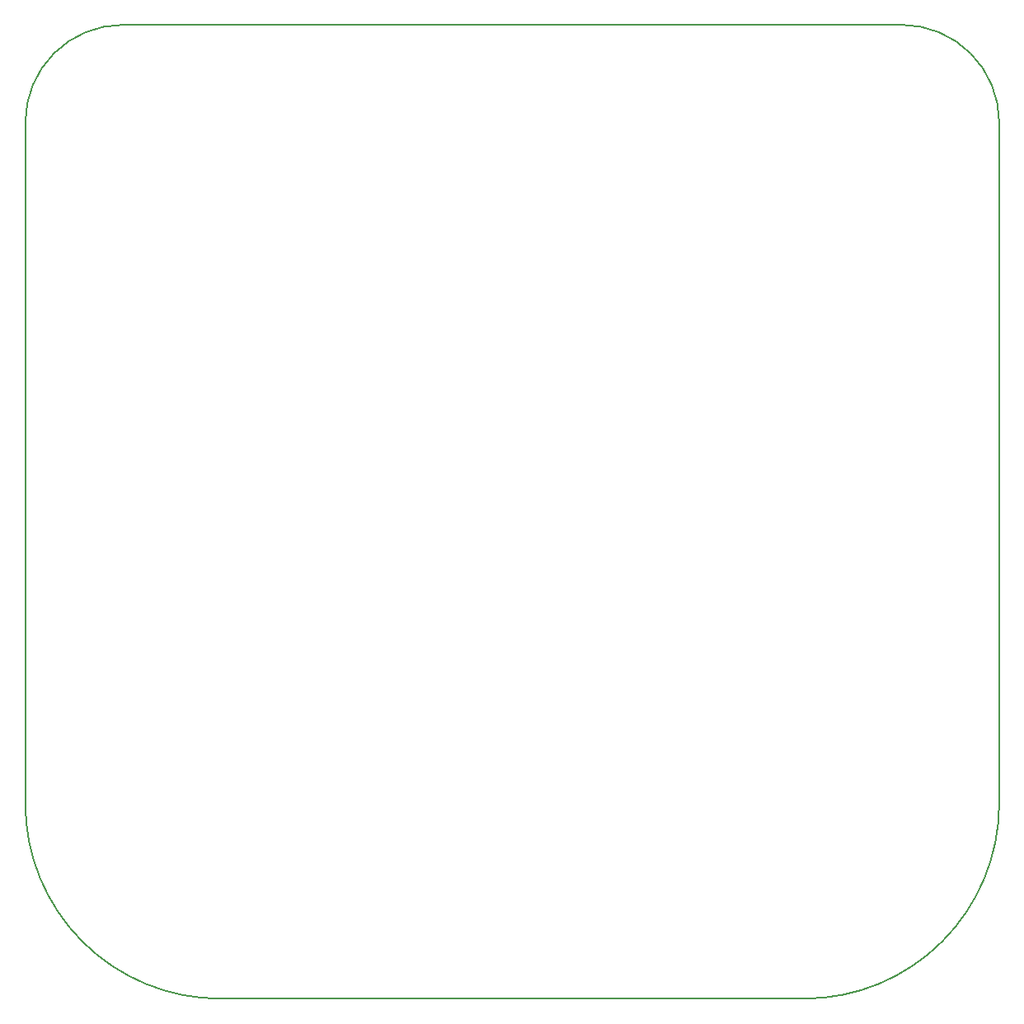
<source format=gbr>
%TF.GenerationSoftware,KiCad,Pcbnew,(5.99.0-12889-g70df3822b5)*%
%TF.CreationDate,2021-11-12T21:26:37+01:00*%
%TF.ProjectId,SimonSays,53696d6f-6e53-4617-9973-2e6b69636164,rev?*%
%TF.SameCoordinates,Original*%
%TF.FileFunction,Profile,NP*%
%FSLAX46Y46*%
G04 Gerber Fmt 4.6, Leading zero omitted, Abs format (unit mm)*
G04 Created by KiCad (PCBNEW (5.99.0-12889-g70df3822b5)) date 2021-11-12 21:26:37*
%MOMM*%
%LPD*%
G01*
G04 APERTURE LIST*
%TA.AperFunction,Profile*%
%ADD10C,0.200000*%
%TD*%
G04 APERTURE END LIST*
D10*
X44450000Y-49530000D02*
X44450000Y-119530000D01*
X44450000Y-119530000D02*
G75*
G03*
X64450000Y-139530000I19999999J-1D01*
G01*
X134450000Y-39530000D02*
X54450000Y-39530000D01*
X144450000Y-49530000D02*
G75*
G03*
X134450000Y-39530000I-9999999J1D01*
G01*
X54450000Y-39530000D02*
G75*
G03*
X44450000Y-49530000I-1J-9999999D01*
G01*
X124450000Y-139530000D02*
G75*
G03*
X144450000Y-119530000I1J19999999D01*
G01*
X144450000Y-119530000D02*
X144450000Y-49530000D01*
X64450000Y-139530000D02*
X124450000Y-139530000D01*
M02*

</source>
